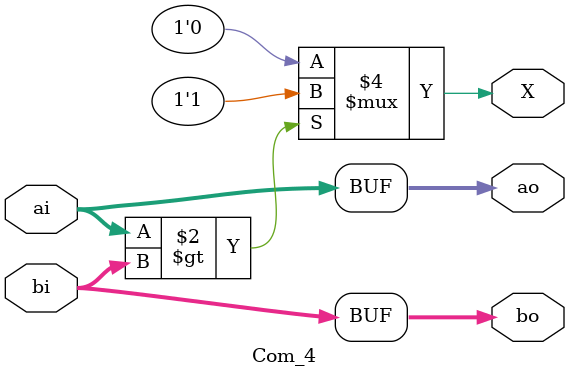
<source format=v>
`timescale 1ns / 1ps


module Com_4(
    input [3:0] ai,
    input [3:0] bi,
    output [3:0] ao,
    output [3:0] bo,
    output X
    );
    
    reg X;
    
    assign ao = ai;
    assign bo = bi;
    
    always @*
    begin
    if(ai>bi)
        X = 1;
    else
        X = 0;
    end
    
endmodule

</source>
